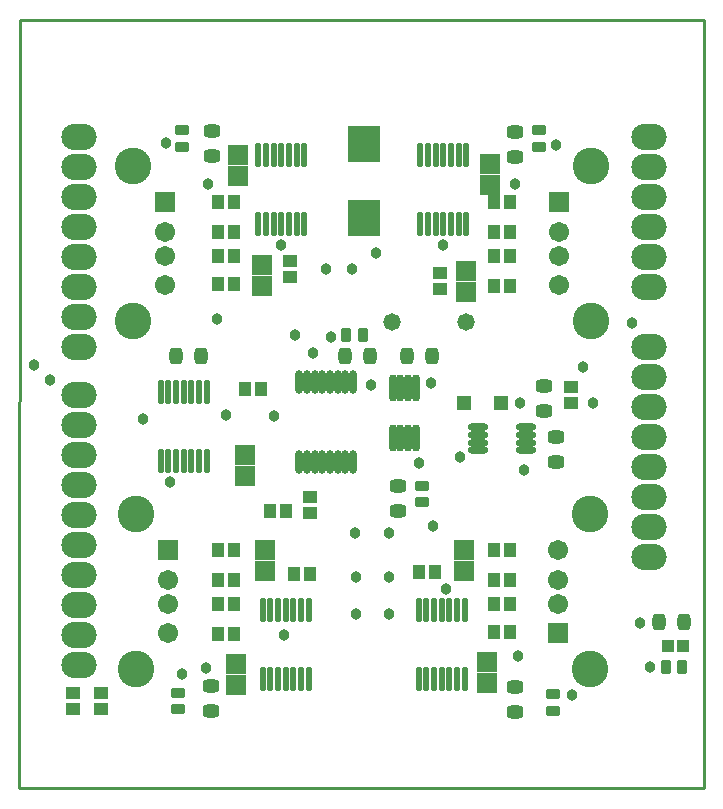
<source format=gts>
G04 Layer_Color=20142*
%FSLAX25Y25*%
%MOIN*%
G70*
G01*
G75*
%ADD24C,0.01000*%
%ADD39O,0.02178X0.08083*%
%ADD40O,0.06706X0.02572*%
%ADD41O,0.02572X0.09068*%
%ADD42R,0.04343X0.04934*%
%ADD43R,0.04934X0.04343*%
%ADD44R,0.04737X0.04737*%
%ADD45R,0.06902X0.06706*%
G04:AMPARAMS|DCode=46|XSize=55.24mil|YSize=43.43mil|CornerRadius=12.86mil|HoleSize=0mil|Usage=FLASHONLY|Rotation=0.000|XOffset=0mil|YOffset=0mil|HoleType=Round|Shape=RoundedRectangle|*
%AMROUNDEDRECTD46*
21,1,0.05524,0.01772,0,0,0.0*
21,1,0.02953,0.04343,0,0,0.0*
1,1,0.02572,0.01476,-0.00886*
1,1,0.02572,-0.01476,-0.00886*
1,1,0.02572,-0.01476,0.00886*
1,1,0.02572,0.01476,0.00886*
%
%ADD46ROUNDEDRECTD46*%
G04:AMPARAMS|DCode=47|XSize=47.37mil|YSize=35.56mil|CornerRadius=6.76mil|HoleSize=0mil|Usage=FLASHONLY|Rotation=180.000|XOffset=0mil|YOffset=0mil|HoleType=Round|Shape=RoundedRectangle|*
%AMROUNDEDRECTD47*
21,1,0.04737,0.02205,0,0,180.0*
21,1,0.03386,0.03556,0,0,180.0*
1,1,0.01351,-0.01693,0.01102*
1,1,0.01351,0.01693,0.01102*
1,1,0.01351,0.01693,-0.01102*
1,1,0.01351,-0.01693,-0.01102*
%
%ADD47ROUNDEDRECTD47*%
G04:AMPARAMS|DCode=48|XSize=55.24mil|YSize=43.43mil|CornerRadius=12.86mil|HoleSize=0mil|Usage=FLASHONLY|Rotation=270.000|XOffset=0mil|YOffset=0mil|HoleType=Round|Shape=RoundedRectangle|*
%AMROUNDEDRECTD48*
21,1,0.05524,0.01772,0,0,270.0*
21,1,0.02953,0.04343,0,0,270.0*
1,1,0.02572,-0.00886,-0.01476*
1,1,0.02572,-0.00886,0.01476*
1,1,0.02572,0.00886,0.01476*
1,1,0.02572,0.00886,-0.01476*
%
%ADD48ROUNDEDRECTD48*%
G04:AMPARAMS|DCode=49|XSize=47.37mil|YSize=35.56mil|CornerRadius=6.76mil|HoleSize=0mil|Usage=FLASHONLY|Rotation=270.000|XOffset=0mil|YOffset=0mil|HoleType=Round|Shape=RoundedRectangle|*
%AMROUNDEDRECTD49*
21,1,0.04737,0.02205,0,0,270.0*
21,1,0.03386,0.03556,0,0,270.0*
1,1,0.01351,-0.01102,-0.01693*
1,1,0.01351,-0.01102,0.01693*
1,1,0.01351,0.01102,0.01693*
1,1,0.01351,0.01102,-0.01693*
%
%ADD49ROUNDEDRECTD49*%
%ADD50R,0.10839X0.12414*%
%ADD51R,0.04147X0.04343*%
%ADD52O,0.02572X0.07887*%
%ADD53C,0.06706*%
%ADD54R,0.06706X0.06706*%
%ADD55C,0.12217*%
%ADD56O,0.11800X0.08800*%
%ADD57C,0.03800*%
%ADD58C,0.05800*%
D24*
X175000Y255500D02*
X400500D01*
X403500D01*
Y511500D01*
X175500D02*
X403500D01*
X175000Y255500D02*
X175500Y511500D01*
D39*
X324177Y466516D02*
D03*
X321618D02*
D03*
X319059D02*
D03*
X316500D02*
D03*
X313941D02*
D03*
X311382D02*
D03*
X308823D02*
D03*
X324177Y443484D02*
D03*
X321618D02*
D03*
X319059D02*
D03*
X316500D02*
D03*
X313941D02*
D03*
X311382D02*
D03*
X308823D02*
D03*
X270177Y466516D02*
D03*
X267618D02*
D03*
X265059D02*
D03*
X262500D02*
D03*
X259941D02*
D03*
X257382D02*
D03*
X254823D02*
D03*
X270177Y443484D02*
D03*
X267618D02*
D03*
X265059D02*
D03*
X262500D02*
D03*
X259941D02*
D03*
X257382D02*
D03*
X254823D02*
D03*
X222323Y364484D02*
D03*
X224882D02*
D03*
X227441D02*
D03*
X230000D02*
D03*
X232559D02*
D03*
X235118D02*
D03*
X237677D02*
D03*
X222323Y387516D02*
D03*
X224882D02*
D03*
X227441D02*
D03*
X230000D02*
D03*
X232559D02*
D03*
X235118D02*
D03*
X237677D02*
D03*
X308323Y291984D02*
D03*
X310882D02*
D03*
X313441D02*
D03*
X316000D02*
D03*
X318559D02*
D03*
X321118D02*
D03*
X323677D02*
D03*
X308323Y315016D02*
D03*
X310882D02*
D03*
X313441D02*
D03*
X316000D02*
D03*
X318559D02*
D03*
X321118D02*
D03*
X323677D02*
D03*
X256323Y291984D02*
D03*
X258882D02*
D03*
X261441D02*
D03*
X264000D02*
D03*
X266559D02*
D03*
X269118D02*
D03*
X271677D02*
D03*
X256323Y315016D02*
D03*
X258882D02*
D03*
X261441D02*
D03*
X264000D02*
D03*
X266559D02*
D03*
X269118D02*
D03*
X271677D02*
D03*
D40*
X328028Y375839D02*
D03*
Y373280D02*
D03*
Y370721D02*
D03*
Y368161D02*
D03*
X343972Y375839D02*
D03*
Y373280D02*
D03*
Y370721D02*
D03*
Y368161D02*
D03*
D41*
X307339Y388866D02*
D03*
X304780D02*
D03*
X302221D02*
D03*
X299661D02*
D03*
X307339Y372134D02*
D03*
X304780D02*
D03*
X302221D02*
D03*
X299661D02*
D03*
D42*
X333343Y423000D02*
D03*
X338657D02*
D03*
X333343Y433000D02*
D03*
X338657D02*
D03*
X333343Y441000D02*
D03*
X338657D02*
D03*
X333343Y451000D02*
D03*
X338657D02*
D03*
X246657Y423500D02*
D03*
X241342D02*
D03*
X246657Y433000D02*
D03*
X241342D02*
D03*
X246657Y441000D02*
D03*
X241342D02*
D03*
X246657Y451000D02*
D03*
X241342D02*
D03*
X264158Y348000D02*
D03*
X258842D02*
D03*
X250592Y388407D02*
D03*
X255908D02*
D03*
X333343Y335000D02*
D03*
X338657D02*
D03*
X333343Y325000D02*
D03*
X338657D02*
D03*
X308343Y327500D02*
D03*
X313657D02*
D03*
X333343Y317000D02*
D03*
X338657D02*
D03*
X333343Y307500D02*
D03*
X338657D02*
D03*
X246657Y335000D02*
D03*
X241342D02*
D03*
X246657Y325000D02*
D03*
X241342D02*
D03*
X266843Y327000D02*
D03*
X272158D02*
D03*
X246657Y317000D02*
D03*
X241342D02*
D03*
X246657Y307000D02*
D03*
X241342D02*
D03*
D43*
X315500Y421842D02*
D03*
Y427157D02*
D03*
X265500Y425843D02*
D03*
Y431157D02*
D03*
X359000Y389158D02*
D03*
Y383842D02*
D03*
X272000Y352658D02*
D03*
Y347342D02*
D03*
X202500Y287158D02*
D03*
Y281842D02*
D03*
X193000Y287158D02*
D03*
Y281842D02*
D03*
D44*
X335701Y384000D02*
D03*
X323299D02*
D03*
D45*
X324000Y420957D02*
D03*
Y428043D02*
D03*
X332000Y456457D02*
D03*
Y463543D02*
D03*
X256000Y422957D02*
D03*
Y430043D02*
D03*
X248000Y459457D02*
D03*
Y466543D02*
D03*
X250500Y366543D02*
D03*
Y359457D02*
D03*
X323500Y335043D02*
D03*
Y327957D02*
D03*
X331000Y297543D02*
D03*
Y290457D02*
D03*
X257000Y335043D02*
D03*
Y327957D02*
D03*
X247500Y297043D02*
D03*
Y289957D02*
D03*
D46*
X340500Y474134D02*
D03*
Y465866D02*
D03*
X350000Y381366D02*
D03*
Y389634D02*
D03*
X354000Y364366D02*
D03*
Y372634D02*
D03*
X239500Y474634D02*
D03*
Y466366D02*
D03*
X340500Y280866D02*
D03*
Y289134D02*
D03*
X301500Y347866D02*
D03*
Y356134D02*
D03*
X239000Y281366D02*
D03*
Y289634D02*
D03*
D47*
X348500Y474756D02*
D03*
Y469244D02*
D03*
X229500Y474756D02*
D03*
Y469244D02*
D03*
X353000Y281244D02*
D03*
Y286756D02*
D03*
X309500Y356256D02*
D03*
Y350744D02*
D03*
X228000Y281744D02*
D03*
Y287256D02*
D03*
D48*
X227366Y399500D02*
D03*
X235634D02*
D03*
X292134D02*
D03*
X283866D02*
D03*
X396634Y311000D02*
D03*
X388366D02*
D03*
X312634Y399500D02*
D03*
X304366D02*
D03*
D49*
X284244Y406500D02*
D03*
X289756D02*
D03*
X396256Y296000D02*
D03*
X390744D02*
D03*
D50*
X290000Y470303D02*
D03*
Y445697D02*
D03*
D51*
X391441Y303000D02*
D03*
X396559D02*
D03*
D52*
X268543Y364114D02*
D03*
X271102D02*
D03*
X273661D02*
D03*
X276220D02*
D03*
X278780D02*
D03*
X281339D02*
D03*
X283898D02*
D03*
X286457D02*
D03*
X268543Y390886D02*
D03*
X271102D02*
D03*
X273661D02*
D03*
X276220D02*
D03*
X278780D02*
D03*
X281339D02*
D03*
X283898D02*
D03*
X286457D02*
D03*
D53*
X355165Y440937D02*
D03*
Y423220D02*
D03*
Y433063D02*
D03*
X223835Y440937D02*
D03*
Y423220D02*
D03*
Y433063D02*
D03*
X354665Y317063D02*
D03*
Y334780D02*
D03*
Y324937D02*
D03*
X224835D02*
D03*
Y307221D02*
D03*
Y317063D02*
D03*
D54*
X355165Y450779D02*
D03*
X223835D02*
D03*
X354665Y307221D02*
D03*
X224835Y334780D02*
D03*
D55*
X365835Y462866D02*
D03*
Y411134D02*
D03*
X213165Y462866D02*
D03*
Y411134D02*
D03*
X365335Y295134D02*
D03*
Y346866D02*
D03*
X214165D02*
D03*
Y295134D02*
D03*
D56*
X195000Y472500D02*
D03*
Y346500D02*
D03*
Y336500D02*
D03*
Y326500D02*
D03*
Y316500D02*
D03*
Y306500D02*
D03*
Y296500D02*
D03*
Y356500D02*
D03*
Y366500D02*
D03*
Y376500D02*
D03*
Y386500D02*
D03*
Y452500D02*
D03*
Y442500D02*
D03*
Y432500D02*
D03*
Y422500D02*
D03*
Y412500D02*
D03*
Y402500D02*
D03*
Y462500D02*
D03*
X385000Y402500D02*
D03*
Y392500D02*
D03*
Y332500D02*
D03*
Y342500D02*
D03*
Y352500D02*
D03*
Y362500D02*
D03*
Y372500D02*
D03*
Y382500D02*
D03*
Y472500D02*
D03*
Y462500D02*
D03*
Y452500D02*
D03*
Y442500D02*
D03*
Y432500D02*
D03*
Y422500D02*
D03*
D57*
X294000Y434000D02*
D03*
X238000Y457000D02*
D03*
X279000Y406000D02*
D03*
X312500Y390500D02*
D03*
X292500Y390000D02*
D03*
X343500Y361500D02*
D03*
X342000Y384000D02*
D03*
X366500D02*
D03*
X216500Y378500D02*
D03*
X359500Y286500D02*
D03*
X341500Y299500D02*
D03*
X313000Y343000D02*
D03*
X241000Y412000D02*
D03*
X286000Y428500D02*
D03*
X277500D02*
D03*
X267000Y406500D02*
D03*
X273000Y400500D02*
D03*
X298500Y326000D02*
D03*
X287500Y313500D02*
D03*
X316500Y436500D02*
D03*
X262500D02*
D03*
X225500Y357500D02*
D03*
X385500Y296000D02*
D03*
X382000Y310500D02*
D03*
X322000Y366000D02*
D03*
X308500Y364000D02*
D03*
X317500Y322000D02*
D03*
X263500Y306500D02*
D03*
X379500Y410500D02*
D03*
X363000Y396000D02*
D03*
X298500Y313500D02*
D03*
X287500Y326000D02*
D03*
X298500Y340500D02*
D03*
X287000D02*
D03*
X185500Y391500D02*
D03*
X180000Y396500D02*
D03*
X260000Y379500D02*
D03*
X244000Y380000D02*
D03*
X224000Y470500D02*
D03*
X229500Y293500D02*
D03*
X237500Y295500D02*
D03*
X340500Y457000D02*
D03*
X354000Y470000D02*
D03*
D58*
X299500Y411000D02*
D03*
X324000D02*
D03*
M02*

</source>
